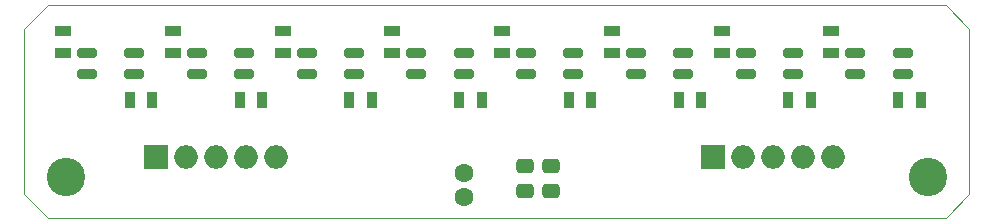
<source format=gbr>
%TF.GenerationSoftware,KiCad,Pcbnew,(7.0.0)*%
%TF.CreationDate,2023-10-30T21:48:48-03:00*%
%TF.ProjectId,QRE1113_Line_Sensors_x8,51524531-3131-4335-9f4c-696e655f5365,rev?*%
%TF.SameCoordinates,Original*%
%TF.FileFunction,Soldermask,Bot*%
%TF.FilePolarity,Negative*%
%FSLAX46Y46*%
G04 Gerber Fmt 4.6, Leading zero omitted, Abs format (unit mm)*
G04 Created by KiCad (PCBNEW (7.0.0)) date 2023-10-30 21:48:48*
%MOMM*%
%LPD*%
G01*
G04 APERTURE LIST*
G04 Aperture macros list*
%AMRoundRect*
0 Rectangle with rounded corners*
0 $1 Rounding radius*
0 $2 $3 $4 $5 $6 $7 $8 $9 X,Y pos of 4 corners*
0 Add a 4 corners polygon primitive as box body*
4,1,4,$2,$3,$4,$5,$6,$7,$8,$9,$2,$3,0*
0 Add four circle primitives for the rounded corners*
1,1,$1+$1,$2,$3*
1,1,$1+$1,$4,$5*
1,1,$1+$1,$6,$7*
1,1,$1+$1,$8,$9*
0 Add four rect primitives between the rounded corners*
20,1,$1+$1,$2,$3,$4,$5,0*
20,1,$1+$1,$4,$5,$6,$7,0*
20,1,$1+$1,$6,$7,$8,$9,0*
20,1,$1+$1,$8,$9,$2,$3,0*%
G04 Aperture macros list end*
%ADD10C,3.250000*%
%ADD11R,2.000000X2.000000*%
%ADD12O,2.000000X2.000000*%
%ADD13C,1.600000*%
%ADD14R,0.889000X1.397000*%
%ADD15RoundRect,0.197500X-0.632500X0.197500X-0.632500X-0.197500X0.632500X-0.197500X0.632500X0.197500X0*%
%ADD16RoundRect,0.250000X0.475000X-0.337500X0.475000X0.337500X-0.475000X0.337500X-0.475000X-0.337500X0*%
%ADD17R,1.397000X0.889000*%
%TA.AperFunction,Profile*%
%ADD18C,0.100000*%
%TD*%
G04 APERTURE END LIST*
D10*
%TO.C,H1*%
X123500000Y-70500000D03*
%TD*%
%TO.C,H2*%
X196500000Y-70500000D03*
%TD*%
D11*
%TO.C,J2*%
X131137499Y-68789999D03*
D12*
X133677499Y-68789999D03*
X136217499Y-68789999D03*
X138757499Y-68789999D03*
X141297499Y-68789999D03*
%TD*%
D11*
%TO.C,J1*%
X178302499Y-68789999D03*
D12*
X180842499Y-68789999D03*
X183382499Y-68789999D03*
X185922499Y-68789999D03*
X188462499Y-68789999D03*
%TD*%
D13*
%TO.C,C2*%
X157200000Y-72200000D03*
X157200000Y-70200000D03*
%TD*%
D14*
%TO.C,R14*%
X147520849Y-63999999D03*
X149425849Y-63999999D03*
%TD*%
D15*
%TO.C,U8*%
X125322499Y-60040000D03*
X129322499Y-60040000D03*
X129322499Y-61840000D03*
X125322499Y-61840000D03*
%TD*%
D14*
%TO.C,R16*%
X128936998Y-63999999D03*
X130841998Y-63999999D03*
%TD*%
D15*
%TO.C,U1*%
X190365970Y-60040000D03*
X194365970Y-60040000D03*
X194365970Y-61840000D03*
X190365970Y-61840000D03*
%TD*%
D16*
%TO.C,C1*%
X164600000Y-71680000D03*
X164600000Y-69605000D03*
%TD*%
D17*
%TO.C,R12*%
X123299999Y-58134999D03*
X123299999Y-60039999D03*
%TD*%
D15*
%TO.C,U6*%
X143906350Y-60040000D03*
X147906350Y-60040000D03*
X147906350Y-61840000D03*
X143906350Y-61840000D03*
%TD*%
D14*
%TO.C,R8*%
X166104697Y-63999999D03*
X168009697Y-63999999D03*
%TD*%
D17*
%TO.C,R2*%
X179035709Y-58134999D03*
X179035709Y-60039999D03*
%TD*%
%TO.C,R4*%
X160457139Y-58134999D03*
X160457139Y-60039999D03*
%TD*%
D14*
%TO.C,R6*%
X184688545Y-63999999D03*
X186593545Y-63999999D03*
%TD*%
D15*
%TO.C,U4*%
X162490198Y-60040000D03*
X166490198Y-60040000D03*
X166490198Y-61840000D03*
X162490198Y-61840000D03*
%TD*%
%TO.C,U7*%
X134614426Y-60040000D03*
X138614426Y-60040000D03*
X138614426Y-61840000D03*
X134614426Y-61840000D03*
%TD*%
D17*
%TO.C,R3*%
X169746424Y-58134999D03*
X169746424Y-60039999D03*
%TD*%
D14*
%TO.C,R15*%
X138228925Y-63999999D03*
X140133925Y-63999999D03*
%TD*%
D15*
%TO.C,U3*%
X171782122Y-60040000D03*
X175782122Y-60040000D03*
X175782122Y-61840000D03*
X171782122Y-61840000D03*
%TD*%
D14*
%TO.C,R13*%
X156812773Y-63999999D03*
X158717773Y-63999999D03*
%TD*%
D17*
%TO.C,R9*%
X151167854Y-58134999D03*
X151167854Y-60039999D03*
%TD*%
%TO.C,R10*%
X141878569Y-58134999D03*
X141878569Y-60039999D03*
%TD*%
%TO.C,R1*%
X188324999Y-58134999D03*
X188324999Y-60039999D03*
%TD*%
%TO.C,R11*%
X132589284Y-58134999D03*
X132589284Y-60039999D03*
%TD*%
D14*
%TO.C,R5*%
X193980469Y-63999999D03*
X195885469Y-63999999D03*
%TD*%
D16*
%TO.C,C3*%
X162430000Y-71680000D03*
X162430000Y-69605000D03*
%TD*%
D14*
%TO.C,R7*%
X175396621Y-63999999D03*
X177301621Y-63999999D03*
%TD*%
D15*
%TO.C,U2*%
X181074046Y-60040000D03*
X185074046Y-60040000D03*
X185074046Y-61840000D03*
X181074046Y-61840000D03*
%TD*%
%TO.C,U5*%
X153198274Y-60040000D03*
X157198274Y-60040000D03*
X157198274Y-61840000D03*
X153198274Y-61840000D03*
%TD*%
D18*
X200000000Y-58000000D02*
X200000000Y-72000000D01*
X120000000Y-58000000D02*
X122000000Y-56000000D01*
X198000000Y-74000000D02*
X122000000Y-74000000D01*
X120000000Y-72000000D02*
X120000000Y-58000000D01*
X122000000Y-74000000D02*
X120000000Y-72000000D01*
X122000000Y-56000000D02*
X198000000Y-56000000D01*
X200000000Y-72000000D02*
X198000000Y-74000000D01*
X198000000Y-56000000D02*
X200000000Y-58000000D01*
M02*

</source>
